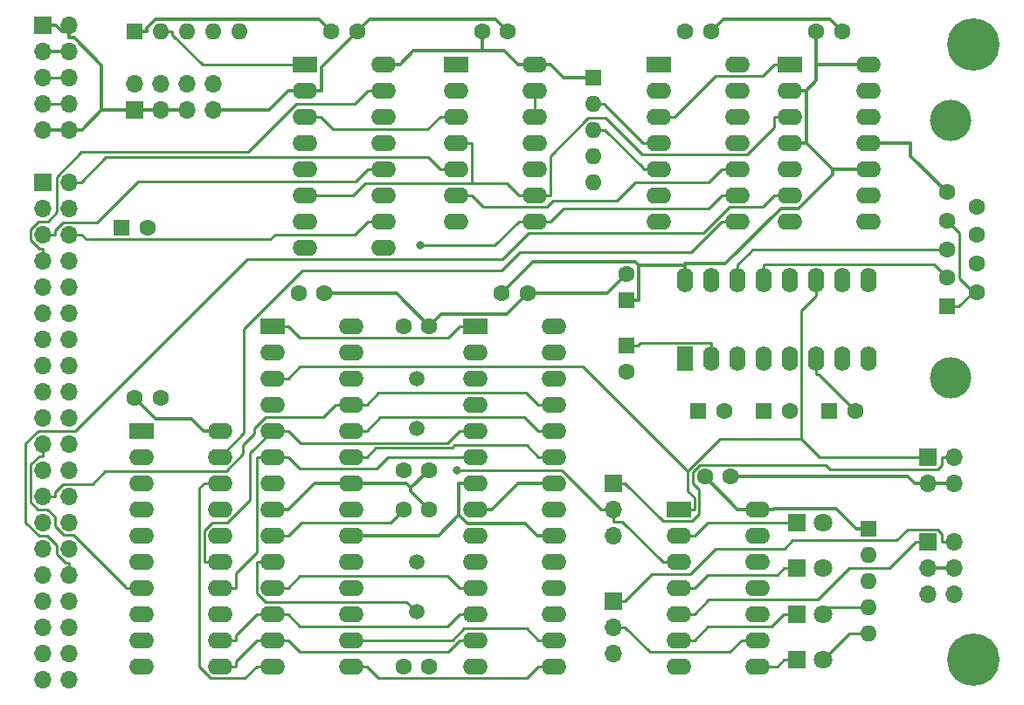
<source format=gbr>
G04 #@! TF.GenerationSoftware,KiCad,Pcbnew,(5.1.4)-1*
G04 #@! TF.CreationDate,2021-09-17T15:23:51+03:00*
G04 #@! TF.ProjectId,TTY,5454592e-6b69-4636-9164-5f7063625858,rev?*
G04 #@! TF.SameCoordinates,Original*
G04 #@! TF.FileFunction,Copper,L1,Top*
G04 #@! TF.FilePolarity,Positive*
%FSLAX46Y46*%
G04 Gerber Fmt 4.6, Leading zero omitted, Abs format (unit mm)*
G04 Created by KiCad (PCBNEW (5.1.4)-1) date 2021-09-17 15:23:51*
%MOMM*%
%LPD*%
G04 APERTURE LIST*
%ADD10C,1.600000*%
%ADD11R,1.600000X1.600000*%
%ADD12R,1.800000X1.800000*%
%ADD13C,1.800000*%
%ADD14R,1.700000X1.700000*%
%ADD15O,1.700000X1.700000*%
%ADD16C,4.000000*%
%ADD17O,1.600000X1.600000*%
%ADD18R,2.400000X1.600000*%
%ADD19O,2.400000X1.600000*%
%ADD20R,1.600000X2.400000*%
%ADD21O,1.600000X2.400000*%
%ADD22C,1.500000*%
%ADD23C,5.080000*%
%ADD24C,0.800000*%
%ADD25C,0.375000*%
%ADD26C,0.250000*%
G04 APERTURE END LIST*
D10*
X126325000Y-128905000D03*
X123825000Y-128905000D03*
X126325000Y-144145000D03*
X123825000Y-144145000D03*
X99020000Y-101600000D03*
D11*
X96520000Y-101600000D03*
D10*
X166330000Y-82550000D03*
X163830000Y-82550000D03*
X97790000Y-118110000D03*
X100290000Y-118110000D03*
X153035000Y-125730000D03*
X155535000Y-125730000D03*
X123825000Y-111125000D03*
X126325000Y-111125000D03*
X126325000Y-125095000D03*
X123825000Y-125095000D03*
X151130000Y-82550000D03*
X153630000Y-82550000D03*
X131445000Y-82550000D03*
X133945000Y-82550000D03*
X135850000Y-107950000D03*
X133350000Y-107950000D03*
X116840000Y-82550000D03*
X119340000Y-82550000D03*
X116165000Y-107950000D03*
X113665000Y-107950000D03*
D11*
X152400000Y-119380000D03*
D10*
X154900000Y-119380000D03*
X145415000Y-106085000D03*
D11*
X145415000Y-108585000D03*
D10*
X161250000Y-119380000D03*
D11*
X158750000Y-119380000D03*
X145415000Y-113030000D03*
D10*
X145415000Y-115530000D03*
D11*
X165100000Y-119380000D03*
D10*
X167600000Y-119380000D03*
D12*
X161925000Y-130175000D03*
D13*
X164465000Y-130175000D03*
X164465000Y-134620000D03*
D12*
X161925000Y-134620000D03*
D13*
X164465000Y-139065000D03*
D12*
X161925000Y-139065000D03*
X161925000Y-143510000D03*
D13*
X164465000Y-143510000D03*
D14*
X88900000Y-81915000D03*
D15*
X91440000Y-81915000D03*
X88900000Y-84455000D03*
X91440000Y-84455000D03*
X88900000Y-86995000D03*
X91440000Y-86995000D03*
X88900000Y-89535000D03*
X91440000Y-89535000D03*
X88900000Y-92075000D03*
X91440000Y-92075000D03*
D14*
X88900000Y-97155000D03*
D15*
X91440000Y-97155000D03*
X88900000Y-99695000D03*
X91440000Y-99695000D03*
X88900000Y-102235000D03*
X91440000Y-102235000D03*
X88900000Y-104775000D03*
X91440000Y-104775000D03*
X88900000Y-107315000D03*
X91440000Y-107315000D03*
X88900000Y-109855000D03*
X91440000Y-109855000D03*
X88900000Y-112395000D03*
X91440000Y-112395000D03*
X88900000Y-114935000D03*
X91440000Y-114935000D03*
X88900000Y-117475000D03*
X91440000Y-117475000D03*
X88900000Y-120015000D03*
X91440000Y-120015000D03*
X88900000Y-122555000D03*
X91440000Y-122555000D03*
X88900000Y-125095000D03*
X91440000Y-125095000D03*
X88900000Y-127635000D03*
X91440000Y-127635000D03*
X88900000Y-130175000D03*
X91440000Y-130175000D03*
X88900000Y-132715000D03*
X91440000Y-132715000D03*
X88900000Y-135255000D03*
X91440000Y-135255000D03*
X88900000Y-137795000D03*
X91440000Y-137795000D03*
X88900000Y-140335000D03*
X91440000Y-140335000D03*
X88900000Y-142875000D03*
X91440000Y-142875000D03*
X88900000Y-145415000D03*
X91440000Y-145415000D03*
D14*
X144145000Y-126365000D03*
D15*
X144145000Y-128905000D03*
X144145000Y-131445000D03*
D14*
X97790000Y-90170000D03*
D15*
X97790000Y-87630000D03*
X100330000Y-90170000D03*
X100330000Y-87630000D03*
X102870000Y-90170000D03*
X102870000Y-87630000D03*
X105410000Y-90170000D03*
X105410000Y-87630000D03*
X144145000Y-142875000D03*
X144145000Y-140335000D03*
D14*
X144145000Y-137795000D03*
X174625000Y-132080000D03*
D15*
X177165000Y-132080000D03*
X174625000Y-134620000D03*
X177165000Y-134620000D03*
X174625000Y-137160000D03*
X177165000Y-137160000D03*
D14*
X174625000Y-123825000D03*
D15*
X177165000Y-123825000D03*
X174625000Y-126365000D03*
X177165000Y-126365000D03*
D11*
X176530000Y-109220000D03*
D10*
X176530000Y-106450000D03*
X176530000Y-103680000D03*
X176530000Y-100910000D03*
X176530000Y-98140000D03*
X179370000Y-107835000D03*
X179370000Y-105065000D03*
X179370000Y-102295000D03*
X179370000Y-99525000D03*
D16*
X176830000Y-116180000D03*
X176830000Y-91180000D03*
D11*
X97790000Y-82550000D03*
D17*
X100330000Y-82550000D03*
X102870000Y-82550000D03*
X105410000Y-82550000D03*
X107950000Y-82550000D03*
X142240000Y-97155000D03*
X142240000Y-94615000D03*
X142240000Y-92075000D03*
X142240000Y-89535000D03*
D11*
X142240000Y-86995000D03*
X168910000Y-130810000D03*
D17*
X168910000Y-133350000D03*
X168910000Y-135890000D03*
X168910000Y-138430000D03*
X168910000Y-140970000D03*
D18*
X150495000Y-128905000D03*
D19*
X158115000Y-144145000D03*
X150495000Y-131445000D03*
X158115000Y-141605000D03*
X150495000Y-133985000D03*
X158115000Y-139065000D03*
X150495000Y-136525000D03*
X158115000Y-136525000D03*
X150495000Y-139065000D03*
X158115000Y-133985000D03*
X150495000Y-141605000D03*
X158115000Y-131445000D03*
X150495000Y-144145000D03*
X158115000Y-128905000D03*
D18*
X161290000Y-85725000D03*
D19*
X168910000Y-100965000D03*
X161290000Y-88265000D03*
X168910000Y-98425000D03*
X161290000Y-90805000D03*
X168910000Y-95885000D03*
X161290000Y-93345000D03*
X168910000Y-93345000D03*
X161290000Y-95885000D03*
X168910000Y-90805000D03*
X161290000Y-98425000D03*
X168910000Y-88265000D03*
X161290000Y-100965000D03*
X168910000Y-85725000D03*
D18*
X111125000Y-111125000D03*
D19*
X118745000Y-144145000D03*
X111125000Y-113665000D03*
X118745000Y-141605000D03*
X111125000Y-116205000D03*
X118745000Y-139065000D03*
X111125000Y-118745000D03*
X118745000Y-136525000D03*
X111125000Y-121285000D03*
X118745000Y-133985000D03*
X111125000Y-123825000D03*
X118745000Y-131445000D03*
X111125000Y-126365000D03*
X118745000Y-128905000D03*
X111125000Y-128905000D03*
X118745000Y-126365000D03*
X111125000Y-131445000D03*
X118745000Y-123825000D03*
X111125000Y-133985000D03*
X118745000Y-121285000D03*
X111125000Y-136525000D03*
X118745000Y-118745000D03*
X111125000Y-139065000D03*
X118745000Y-116205000D03*
X111125000Y-141605000D03*
X118745000Y-113665000D03*
X111125000Y-144145000D03*
X118745000Y-111125000D03*
X138430000Y-111125000D03*
X130810000Y-144145000D03*
X138430000Y-113665000D03*
X130810000Y-141605000D03*
X138430000Y-116205000D03*
X130810000Y-139065000D03*
X138430000Y-118745000D03*
X130810000Y-136525000D03*
X138430000Y-121285000D03*
X130810000Y-133985000D03*
X138430000Y-123825000D03*
X130810000Y-131445000D03*
X138430000Y-126365000D03*
X130810000Y-128905000D03*
X138430000Y-128905000D03*
X130810000Y-126365000D03*
X138430000Y-131445000D03*
X130810000Y-123825000D03*
X138430000Y-133985000D03*
X130810000Y-121285000D03*
X138430000Y-136525000D03*
X130810000Y-118745000D03*
X138430000Y-139065000D03*
X130810000Y-116205000D03*
X138430000Y-141605000D03*
X130810000Y-113665000D03*
X138430000Y-144145000D03*
D18*
X130810000Y-111125000D03*
D19*
X156210000Y-85725000D03*
X148590000Y-100965000D03*
X156210000Y-88265000D03*
X148590000Y-98425000D03*
X156210000Y-90805000D03*
X148590000Y-95885000D03*
X156210000Y-93345000D03*
X148590000Y-93345000D03*
X156210000Y-95885000D03*
X148590000Y-90805000D03*
X156210000Y-98425000D03*
X148590000Y-88265000D03*
X156210000Y-100965000D03*
D18*
X148590000Y-85725000D03*
D19*
X121920000Y-85725000D03*
X114300000Y-103505000D03*
X121920000Y-88265000D03*
X114300000Y-100965000D03*
X121920000Y-90805000D03*
X114300000Y-98425000D03*
X121920000Y-93345000D03*
X114300000Y-95885000D03*
X121920000Y-95885000D03*
X114300000Y-93345000D03*
X121920000Y-98425000D03*
X114300000Y-90805000D03*
X121920000Y-100965000D03*
X114300000Y-88265000D03*
X121920000Y-103505000D03*
D18*
X114300000Y-85725000D03*
D19*
X136525000Y-85725000D03*
X128905000Y-100965000D03*
X136525000Y-88265000D03*
X128905000Y-98425000D03*
X136525000Y-90805000D03*
X128905000Y-95885000D03*
X136525000Y-93345000D03*
X128905000Y-93345000D03*
X136525000Y-95885000D03*
X128905000Y-90805000D03*
X136525000Y-98425000D03*
X128905000Y-88265000D03*
X136525000Y-100965000D03*
D18*
X128905000Y-85725000D03*
X98425000Y-121285000D03*
D19*
X106045000Y-144145000D03*
X98425000Y-123825000D03*
X106045000Y-141605000D03*
X98425000Y-126365000D03*
X106045000Y-139065000D03*
X98425000Y-128905000D03*
X106045000Y-136525000D03*
X98425000Y-131445000D03*
X106045000Y-133985000D03*
X98425000Y-133985000D03*
X106045000Y-131445000D03*
X98425000Y-136525000D03*
X106045000Y-128905000D03*
X98425000Y-139065000D03*
X106045000Y-126365000D03*
X98425000Y-141605000D03*
X106045000Y-123825000D03*
X98425000Y-144145000D03*
X106045000Y-121285000D03*
D20*
X151130000Y-114300000D03*
D21*
X168910000Y-106680000D03*
X153670000Y-114300000D03*
X166370000Y-106680000D03*
X156210000Y-114300000D03*
X163830000Y-106680000D03*
X158750000Y-114300000D03*
X161290000Y-106680000D03*
X161290000Y-114300000D03*
X158750000Y-106680000D03*
X163830000Y-114300000D03*
X156210000Y-106680000D03*
X166370000Y-114300000D03*
X153670000Y-106680000D03*
X168910000Y-114300000D03*
X151130000Y-106680000D03*
D22*
X125095000Y-138865000D03*
X125095000Y-133985000D03*
X125095000Y-116205000D03*
X125095000Y-121085000D03*
D23*
X179070000Y-83820000D03*
X179070000Y-143510000D03*
D24*
X129039800Y-125095000D03*
X125460800Y-103291100D03*
D25*
X88900000Y-81915000D02*
X90137800Y-81915000D01*
X91440000Y-82533900D02*
X90756700Y-82533900D01*
X90756700Y-82533900D02*
X90137800Y-81915000D01*
X91440000Y-82533900D02*
X91440000Y-83152800D01*
X91440000Y-81915000D02*
X91440000Y-82533900D01*
X94582800Y-90170000D02*
X92677800Y-92075000D01*
X97790000Y-90170000D02*
X94582800Y-90170000D01*
X94582800Y-90170000D02*
X94582800Y-85831400D01*
X94582800Y-85831400D02*
X91904200Y-83152800D01*
X91904200Y-83152800D02*
X91440000Y-83152800D01*
X145415000Y-106085000D02*
X143550000Y-107950000D01*
X143550000Y-107950000D02*
X135850000Y-107950000D01*
X91440000Y-92075000D02*
X92677800Y-92075000D01*
X100330000Y-90170000D02*
X97790000Y-90170000D01*
X168910000Y-93345000D02*
X173005000Y-93345000D01*
X173005000Y-94615000D02*
X176530000Y-98140000D01*
X130810000Y-128905000D02*
X132397800Y-128905000D01*
X138430000Y-126365000D02*
X134937800Y-126365000D01*
X134937800Y-126365000D02*
X132397800Y-128905000D01*
X119340000Y-82550000D02*
X120556300Y-81333700D01*
X120556300Y-81333700D02*
X132728700Y-81333700D01*
X132728700Y-81333700D02*
X133945000Y-82550000D01*
X115887800Y-88265000D02*
X115887800Y-86002200D01*
X115887800Y-86002200D02*
X119340000Y-82550000D01*
X116165000Y-107950000D02*
X123150000Y-107950000D01*
X123150000Y-107950000D02*
X126325000Y-111125000D01*
X112712200Y-88265000D02*
X110807200Y-90170000D01*
X110807200Y-90170000D02*
X106647800Y-90170000D01*
X114300000Y-88265000D02*
X112712200Y-88265000D01*
X115093900Y-88265000D02*
X114300000Y-88265000D01*
X115093900Y-88265000D02*
X115887800Y-88265000D01*
X102870000Y-90170000D02*
X100330000Y-90170000D01*
X91440000Y-92075000D02*
X88900000Y-92075000D01*
X105410000Y-90170000D02*
X106647800Y-90170000D01*
X174625000Y-126365000D02*
X173387200Y-126365000D01*
X155535000Y-125730000D02*
X172752200Y-125730000D01*
X172752200Y-125730000D02*
X173387200Y-126365000D01*
X166330000Y-82550000D02*
X165142100Y-81362100D01*
X165142100Y-81362100D02*
X154817900Y-81362100D01*
X154817900Y-81362100D02*
X153630000Y-82550000D01*
X124574200Y-126845800D02*
X126325000Y-125095000D01*
X118745000Y-126365000D02*
X124093400Y-126365000D01*
X124093400Y-126365000D02*
X124574200Y-126845800D01*
X126325000Y-128905000D02*
X124574200Y-127154200D01*
X124574200Y-127154200D02*
X124574200Y-126845800D01*
X135850000Y-107950000D02*
X133862800Y-109937200D01*
X133862800Y-109937200D02*
X127512800Y-109937200D01*
X127512800Y-109937200D02*
X126325000Y-111125000D01*
X177165000Y-126365000D02*
X174625000Y-126365000D01*
X177165000Y-134620000D02*
X174625000Y-134620000D01*
X118745000Y-126365000D02*
X115252800Y-126365000D01*
X115252800Y-126365000D02*
X112712800Y-128905000D01*
X111125000Y-128905000D02*
X112712800Y-128905000D01*
X173005000Y-94615000D02*
X173005000Y-93345000D01*
D26*
X111125000Y-131445000D02*
X112650300Y-131445000D01*
X112650300Y-131445000D02*
X113920300Y-130175000D01*
X113920300Y-130175000D02*
X122555000Y-130175000D01*
X122555000Y-130175000D02*
X123825000Y-128905000D01*
X111125000Y-133985000D02*
X109599700Y-133985000D01*
X125095000Y-138865000D02*
X124098900Y-137868900D01*
X124098900Y-137868900D02*
X110451800Y-137868900D01*
X110451800Y-137868900D02*
X109599700Y-137016800D01*
X109599700Y-137016800D02*
X109599700Y-133985000D01*
D25*
X106045000Y-121285000D02*
X104457200Y-121285000D01*
X104457200Y-121285000D02*
X103269300Y-120097100D01*
X103269300Y-120097100D02*
X99777100Y-120097100D01*
X99777100Y-120097100D02*
X97790000Y-118110000D01*
X129222200Y-129439400D02*
X129222200Y-126365000D01*
X136842200Y-131445000D02*
X135647900Y-130250700D01*
X135647900Y-130250700D02*
X130033500Y-130250700D01*
X130033500Y-130250700D02*
X129222200Y-129439400D01*
X118745000Y-131445000D02*
X127216600Y-131445000D01*
X127216600Y-131445000D02*
X129222200Y-129439400D01*
X130810000Y-126365000D02*
X129222200Y-126365000D01*
X138430000Y-131445000D02*
X136842200Y-131445000D01*
X163830000Y-85725000D02*
X163830000Y-82550000D01*
X162877700Y-88265000D02*
X163830000Y-87312700D01*
X163830000Y-87312700D02*
X163830000Y-85725000D01*
X168910000Y-85725000D02*
X163830000Y-85725000D01*
X162877700Y-88265000D02*
X162877800Y-88265100D01*
X162877800Y-88265100D02*
X162877800Y-93345000D01*
X162734000Y-88265000D02*
X162877700Y-88265000D01*
X97790000Y-82550000D02*
X98977800Y-82550000D01*
X116840000Y-82550000D02*
X115652200Y-81362200D01*
X115652200Y-81362200D02*
X99794300Y-81362200D01*
X99794300Y-81362200D02*
X98977800Y-82178700D01*
X98977800Y-82178700D02*
X98977800Y-82550000D01*
X91440000Y-84455000D02*
X88900000Y-84455000D01*
X161290000Y-93345000D02*
X162877800Y-93345000D01*
X165417800Y-95885000D02*
X162877800Y-93345000D01*
X168910000Y-95885000D02*
X165417800Y-95885000D01*
X165417800Y-95885000D02*
X165417800Y-96433000D01*
X165417800Y-96433000D02*
X162155800Y-99695000D01*
X162155800Y-99695000D02*
X160436100Y-99695000D01*
X160436100Y-99695000D02*
X155038900Y-105092200D01*
X155038900Y-105092200D02*
X151130000Y-105092200D01*
X136525000Y-85725000D02*
X134937200Y-85725000D01*
X131445000Y-84396200D02*
X124836600Y-84396200D01*
X124836600Y-84396200D02*
X123507800Y-85725000D01*
X134937200Y-85725000D02*
X133608400Y-84396200D01*
X133608400Y-84396200D02*
X131445000Y-84396200D01*
X131445000Y-82550000D02*
X131445000Y-84396200D01*
X121920000Y-85725000D02*
X123507800Y-85725000D01*
X161290000Y-88265000D02*
X162734000Y-88265000D01*
X146602800Y-105181400D02*
X146602800Y-108585000D01*
X133350000Y-107950000D02*
X136414000Y-104886000D01*
X136414000Y-104886000D02*
X146307400Y-104886000D01*
X146307400Y-104886000D02*
X146602800Y-105181400D01*
X151130000Y-105181400D02*
X146602800Y-105181400D01*
X145415000Y-108585000D02*
X146602800Y-108585000D01*
X136525000Y-85725000D02*
X138112800Y-85725000D01*
X142240000Y-86995000D02*
X139382800Y-86995000D01*
X139382800Y-86995000D02*
X138112800Y-85725000D01*
X151130000Y-105181400D02*
X151130000Y-105092200D01*
X151130000Y-106680000D02*
X151130000Y-105181400D01*
X158115000Y-128905000D02*
X159702800Y-128905000D01*
X168910000Y-130810000D02*
X167722200Y-130810000D01*
X167722200Y-130810000D02*
X165799300Y-128887100D01*
X165799300Y-128887100D02*
X159720700Y-128887100D01*
X159720700Y-128887100D02*
X159702800Y-128905000D01*
X158115000Y-128905000D02*
X156210000Y-128905000D01*
X156210000Y-128905000D02*
X153035000Y-125730000D01*
D26*
X145415000Y-113030000D02*
X146540300Y-113030000D01*
X153670000Y-114300000D02*
X153670000Y-112774700D01*
X153670000Y-112774700D02*
X146795600Y-112774700D01*
X146795600Y-112774700D02*
X146540300Y-113030000D01*
X163830000Y-114300000D02*
X163830000Y-115825300D01*
X163830000Y-115825300D02*
X164045300Y-115825300D01*
X164045300Y-115825300D02*
X167600000Y-119380000D01*
X150495000Y-131445000D02*
X152020300Y-131445000D01*
X152020300Y-131445000D02*
X153290300Y-130175000D01*
X153290300Y-130175000D02*
X161925000Y-130175000D01*
X161925000Y-134620000D02*
X160699700Y-134620000D01*
X150495000Y-136525000D02*
X152020300Y-136525000D01*
X152020300Y-136525000D02*
X153290300Y-135255000D01*
X153290300Y-135255000D02*
X160064700Y-135255000D01*
X160064700Y-135255000D02*
X160699700Y-134620000D01*
X168910000Y-138430000D02*
X165100000Y-138430000D01*
X165100000Y-138430000D02*
X164465000Y-139065000D01*
X161925000Y-139065000D02*
X160699700Y-139065000D01*
X150495000Y-141605000D02*
X152020300Y-141605000D01*
X152020300Y-141605000D02*
X153335000Y-140290300D01*
X153335000Y-140290300D02*
X159474400Y-140290300D01*
X159474400Y-140290300D02*
X160699700Y-139065000D01*
X161925000Y-143510000D02*
X160699700Y-143510000D01*
X158115000Y-144145000D02*
X160064700Y-144145000D01*
X160064700Y-144145000D02*
X160699700Y-143510000D01*
X168910000Y-140970000D02*
X167005000Y-140970000D01*
X167005000Y-140970000D02*
X164465000Y-143510000D01*
X91440000Y-86995000D02*
X88900000Y-86995000D01*
X91440000Y-89535000D02*
X88900000Y-89535000D01*
X136904700Y-123825000D02*
X135779300Y-122699600D01*
X135779300Y-122699600D02*
X128813900Y-122699600D01*
X128813900Y-122699600D02*
X128583100Y-122930400D01*
X128583100Y-122930400D02*
X121164900Y-122930400D01*
X121164900Y-122930400D02*
X120270300Y-123825000D01*
X118745000Y-123825000D02*
X120270300Y-123825000D01*
X138430000Y-123825000D02*
X136904700Y-123825000D01*
X91440000Y-97155000D02*
X92615300Y-97155000D01*
X128905000Y-95885000D02*
X127379700Y-95885000D01*
X127379700Y-95885000D02*
X126250500Y-94755800D01*
X126250500Y-94755800D02*
X95014500Y-94755800D01*
X95014500Y-94755800D02*
X92615300Y-97155000D01*
X136525000Y-90805000D02*
X136525000Y-88265000D01*
X90075300Y-102235000D02*
X90075300Y-101867600D01*
X90075300Y-101867600D02*
X90883200Y-101059700D01*
X90883200Y-101059700D02*
X94149300Y-101059700D01*
X94149300Y-101059700D02*
X98133500Y-97075500D01*
X98133500Y-97075500D02*
X119204200Y-97075500D01*
X119204200Y-97075500D02*
X120394700Y-95885000D01*
X88900000Y-102235000D02*
X90075300Y-102235000D01*
X121920000Y-95885000D02*
X120394700Y-95885000D01*
X91440000Y-102235000D02*
X92615300Y-102235000D01*
X121920000Y-100965000D02*
X120394700Y-100965000D01*
X120394700Y-100965000D02*
X119124700Y-102235000D01*
X119124700Y-102235000D02*
X111407700Y-102235000D01*
X111407700Y-102235000D02*
X110917300Y-102725400D01*
X110917300Y-102725400D02*
X93105700Y-102725400D01*
X93105700Y-102725400D02*
X92615300Y-102235000D01*
X88900000Y-104775000D02*
X88900000Y-103599700D01*
X121920000Y-88265000D02*
X120394700Y-88265000D01*
X120394700Y-88265000D02*
X119124700Y-89535000D01*
X119124700Y-89535000D02*
X113466500Y-89535000D01*
X113466500Y-89535000D02*
X108756400Y-94245100D01*
X108756400Y-94245100D02*
X92652400Y-94245100D01*
X92652400Y-94245100D02*
X90239800Y-96657700D01*
X90239800Y-96657700D02*
X90239800Y-100090400D01*
X90239800Y-100090400D02*
X89365200Y-100965000D01*
X89365200Y-100965000D02*
X88479300Y-100965000D01*
X88479300Y-100965000D02*
X87724700Y-101719600D01*
X87724700Y-101719600D02*
X87724700Y-102791800D01*
X87724700Y-102791800D02*
X88532600Y-103599700D01*
X88532600Y-103599700D02*
X88900000Y-103599700D01*
X88900000Y-122555000D02*
X88900000Y-123730300D01*
X98425000Y-136525000D02*
X96899700Y-136525000D01*
X96899700Y-136525000D02*
X96899700Y-136429700D01*
X96899700Y-136429700D02*
X91820400Y-131350400D01*
X91820400Y-131350400D02*
X90914400Y-131350400D01*
X90914400Y-131350400D02*
X90075400Y-130511400D01*
X90075400Y-130511400D02*
X90075400Y-129649400D01*
X90075400Y-129649400D02*
X89331000Y-128905000D01*
X89331000Y-128905000D02*
X88427300Y-128905000D01*
X88427300Y-128905000D02*
X87724700Y-128202400D01*
X87724700Y-128202400D02*
X87724700Y-124538200D01*
X87724700Y-124538200D02*
X88532600Y-123730300D01*
X88532600Y-123730300D02*
X88900000Y-123730300D01*
X90075300Y-127635000D02*
X90075300Y-127267600D01*
X90075300Y-127267600D02*
X90883200Y-126459700D01*
X90883200Y-126459700D02*
X93701000Y-126459700D01*
X93701000Y-126459700D02*
X94940700Y-125220000D01*
X94940700Y-125220000D02*
X106644100Y-125220000D01*
X106644100Y-125220000D02*
X108312800Y-123551300D01*
X108312800Y-123551300D02*
X108312800Y-122656600D01*
X108312800Y-122656600D02*
X109376800Y-121592600D01*
X109376800Y-121592600D02*
X109376800Y-121035300D01*
X109376800Y-121035300D02*
X110496700Y-119915400D01*
X110496700Y-119915400D02*
X116049300Y-119915400D01*
X116049300Y-119915400D02*
X117219700Y-118745000D01*
X118745000Y-118745000D02*
X120270300Y-118745000D01*
X138430000Y-118745000D02*
X136904700Y-118745000D01*
X136904700Y-118745000D02*
X135755400Y-117595700D01*
X135755400Y-117595700D02*
X121419600Y-117595700D01*
X121419600Y-117595700D02*
X120270300Y-118745000D01*
X88900000Y-127635000D02*
X90075300Y-127635000D01*
X118745000Y-118745000D02*
X117219700Y-118745000D01*
X138430000Y-121285000D02*
X136904700Y-121285000D01*
X118745000Y-121285000D02*
X120270300Y-121285000D01*
X120270300Y-121285000D02*
X121596400Y-119958900D01*
X121596400Y-119958900D02*
X135578600Y-119958900D01*
X135578600Y-119958900D02*
X136904700Y-121285000D01*
X91440000Y-135255000D02*
X91440000Y-134079700D01*
X161290000Y-98425000D02*
X159764700Y-98425000D01*
X159764700Y-98425000D02*
X158639300Y-99550400D01*
X158639300Y-99550400D02*
X155462400Y-99550400D01*
X155462400Y-99550400D02*
X152922400Y-102090400D01*
X152922400Y-102090400D02*
X135936100Y-102090400D01*
X135936100Y-102090400D02*
X133396100Y-104630400D01*
X133396100Y-104630400D02*
X108724800Y-104630400D01*
X108724800Y-104630400D02*
X92070200Y-121285000D01*
X92070200Y-121285000D02*
X88484000Y-121285000D01*
X88484000Y-121285000D02*
X87236400Y-122532600D01*
X87236400Y-122532600D02*
X87236400Y-130173800D01*
X87236400Y-130173800D02*
X88525500Y-131462900D01*
X88525500Y-131462900D02*
X89339800Y-131462900D01*
X89339800Y-131462900D02*
X90264700Y-132387800D01*
X90264700Y-132387800D02*
X90264700Y-133271800D01*
X90264700Y-133271800D02*
X91072600Y-134079700D01*
X91072600Y-134079700D02*
X91440000Y-134079700D01*
X111125000Y-111125000D02*
X112650300Y-111125000D01*
X129284700Y-111125000D02*
X128159400Y-112250300D01*
X128159400Y-112250300D02*
X113775600Y-112250300D01*
X113775600Y-112250300D02*
X112650300Y-111125000D01*
X130810000Y-111125000D02*
X129284700Y-111125000D01*
X144145000Y-126365000D02*
X145320300Y-126365000D01*
X177165000Y-123825000D02*
X175989700Y-123825000D01*
X175989700Y-123825000D02*
X175989700Y-124633000D01*
X175989700Y-124633000D02*
X175622300Y-125000400D01*
X175622300Y-125000400D02*
X165194100Y-125000400D01*
X165194100Y-125000400D02*
X164771300Y-124577600D01*
X164771300Y-124577600D02*
X152589700Y-124577600D01*
X152589700Y-124577600D02*
X151881600Y-125285700D01*
X151881600Y-125285700D02*
X151881600Y-126406000D01*
X151881600Y-126406000D02*
X152470700Y-126995100D01*
X152470700Y-126995100D02*
X152470700Y-129389400D01*
X152470700Y-129389400D02*
X151829700Y-130030400D01*
X151829700Y-130030400D02*
X148985700Y-130030400D01*
X148985700Y-130030400D02*
X145320300Y-126365000D01*
X129039800Y-125095000D02*
X139159700Y-125095000D01*
X139159700Y-125095000D02*
X142969700Y-128905000D01*
X144145000Y-128905000D02*
X142969700Y-128905000D01*
X144145000Y-128905000D02*
X144145000Y-130080300D01*
X150495000Y-133985000D02*
X148969700Y-133985000D01*
X148969700Y-133985000D02*
X145065000Y-130080300D01*
X145065000Y-130080300D02*
X144145000Y-130080300D01*
X100330000Y-82550000D02*
X101455300Y-82550000D01*
X114300000Y-85725000D02*
X104349000Y-85725000D01*
X104349000Y-85725000D02*
X101455300Y-82831300D01*
X101455300Y-82831300D02*
X101455300Y-82550000D01*
X158115000Y-141605000D02*
X156589700Y-141605000D01*
X144145000Y-140335000D02*
X145320300Y-140335000D01*
X145320300Y-140335000D02*
X147739600Y-142754300D01*
X147739600Y-142754300D02*
X155440400Y-142754300D01*
X155440400Y-142754300D02*
X156589700Y-141605000D01*
X144145000Y-137795000D02*
X145320300Y-137795000D01*
X177165000Y-132080000D02*
X175989700Y-132080000D01*
X175989700Y-132080000D02*
X175989700Y-131272000D01*
X175989700Y-131272000D02*
X175622300Y-130904600D01*
X175622300Y-130904600D02*
X172686500Y-130904600D01*
X172686500Y-130904600D02*
X171655700Y-131935400D01*
X171655700Y-131935400D02*
X161519000Y-131935400D01*
X161519000Y-131935400D02*
X160739400Y-132715000D01*
X160739400Y-132715000D02*
X154110000Y-132715000D01*
X154110000Y-132715000D02*
X151643900Y-135181100D01*
X151643900Y-135181100D02*
X147934200Y-135181100D01*
X147934200Y-135181100D02*
X145320300Y-137795000D01*
X174625000Y-132080000D02*
X173449700Y-132080000D01*
X173449700Y-132080000D02*
X170909700Y-134620000D01*
X170909700Y-134620000D02*
X167004800Y-134620000D01*
X167004800Y-134620000D02*
X163974400Y-137650400D01*
X163974400Y-137650400D02*
X153434900Y-137650400D01*
X153434900Y-137650400D02*
X152020300Y-139065000D01*
X150495000Y-139065000D02*
X152020300Y-139065000D01*
X151352900Y-125176400D02*
X151352900Y-127112300D01*
X151352900Y-127112300D02*
X152020300Y-127779700D01*
X152020300Y-127779700D02*
X152020300Y-128905000D01*
X162415400Y-122052500D02*
X154476800Y-122052500D01*
X154476800Y-122052500D02*
X151352900Y-125176400D01*
X112650300Y-116205000D02*
X113829500Y-115025800D01*
X113829500Y-115025800D02*
X141202300Y-115025800D01*
X141202300Y-115025800D02*
X151352900Y-125176400D01*
X111125000Y-116205000D02*
X112650300Y-116205000D01*
X150495000Y-128905000D02*
X152020300Y-128905000D01*
X162415400Y-122052500D02*
X162415400Y-109619900D01*
X162415400Y-109619900D02*
X163830000Y-108205300D01*
X174625000Y-123825000D02*
X164187900Y-123825000D01*
X164187900Y-123825000D02*
X162415400Y-122052500D01*
X163830000Y-106680000D02*
X163830000Y-108205300D01*
X179040300Y-107835000D02*
X177655300Y-109220000D01*
X179370000Y-107835000D02*
X179040300Y-107835000D01*
X179040300Y-107835000D02*
X177700500Y-106495200D01*
X177700500Y-106495200D02*
X177700500Y-102080500D01*
X177700500Y-102080500D02*
X176530000Y-100910000D01*
X176530000Y-109220000D02*
X177655300Y-109220000D01*
X158750000Y-106680000D02*
X158750000Y-105154700D01*
X176504700Y-106424700D02*
X176530000Y-106450000D01*
X175234700Y-105154700D02*
X158750000Y-105154700D01*
X176530000Y-106450000D02*
X175234700Y-105154700D01*
X156210000Y-106680000D02*
X156210000Y-105154700D01*
X157684700Y-103680000D02*
X157352350Y-104012350D01*
X176530000Y-103680000D02*
X157684700Y-103680000D01*
X156210000Y-105154700D02*
X157352350Y-104012350D01*
X148590000Y-95885000D02*
X147064700Y-95885000D01*
X142240000Y-92075000D02*
X143365300Y-92075000D01*
X143365300Y-92075000D02*
X147064700Y-95774400D01*
X147064700Y-95774400D02*
X147064700Y-95885000D01*
X142240000Y-89535000D02*
X143365300Y-89535000D01*
X148590000Y-93345000D02*
X147064700Y-93345000D01*
X147064700Y-93345000D02*
X143365300Y-89645600D01*
X143365300Y-89645600D02*
X143365300Y-89535000D01*
X161290000Y-85725000D02*
X159764700Y-85725000D01*
X148590000Y-90805000D02*
X150115300Y-90805000D01*
X150115300Y-90805000D02*
X154070000Y-86850300D01*
X154070000Y-86850300D02*
X158639400Y-86850300D01*
X158639400Y-86850300D02*
X159764700Y-85725000D01*
X130430300Y-97275700D02*
X133850400Y-97275700D01*
X133850400Y-97275700D02*
X134999700Y-98425000D01*
X114300000Y-98425000D02*
X118984700Y-98425000D01*
X118984700Y-98425000D02*
X120134000Y-97275700D01*
X120134000Y-97275700D02*
X130430300Y-97275700D01*
X130430300Y-97275700D02*
X130430300Y-93345000D01*
X128905000Y-93345000D02*
X130430300Y-93345000D01*
X136525000Y-98425000D02*
X134999700Y-98425000D01*
X161290000Y-90805000D02*
X159764700Y-90805000D01*
X136525000Y-98425000D02*
X138050300Y-98425000D01*
X138050300Y-98425000D02*
X138050300Y-94642600D01*
X138050300Y-94642600D02*
X141757000Y-90935900D01*
X141757000Y-90935900D02*
X143422400Y-90935900D01*
X143422400Y-90935900D02*
X146993000Y-94506500D01*
X146993000Y-94506500D02*
X157111800Y-94506500D01*
X157111800Y-94506500D02*
X159764700Y-91853600D01*
X159764700Y-91853600D02*
X159764700Y-90805000D01*
X138430000Y-144145000D02*
X136904700Y-144145000D01*
X118745000Y-144145000D02*
X120270300Y-144145000D01*
X120270300Y-144145000D02*
X121398900Y-145273600D01*
X121398900Y-145273600D02*
X135776100Y-145273600D01*
X135776100Y-145273600D02*
X136904700Y-144145000D01*
X138430000Y-141605000D02*
X136904700Y-141605000D01*
X136904700Y-141605000D02*
X135779300Y-140479600D01*
X135779300Y-140479600D02*
X129694300Y-140479600D01*
X129694300Y-140479600D02*
X128568900Y-141605000D01*
X128568900Y-141605000D02*
X118745000Y-141605000D01*
X134999700Y-100965000D02*
X132673600Y-103291100D01*
X132673600Y-103291100D02*
X125460800Y-103291100D01*
X136525000Y-100965000D02*
X134999700Y-100965000D01*
X137287700Y-100965000D02*
X136525000Y-100965000D01*
X137287700Y-100965000D02*
X138050300Y-100965000D01*
X156210000Y-98425000D02*
X154684700Y-98425000D01*
X138050300Y-100965000D02*
X139320300Y-99695000D01*
X139320300Y-99695000D02*
X153414700Y-99695000D01*
X153414700Y-99695000D02*
X154684700Y-98425000D01*
X106045000Y-133985000D02*
X104519700Y-133985000D01*
X104519700Y-133985000D02*
X104519700Y-130945800D01*
X104519700Y-130945800D02*
X105290500Y-130175000D01*
X105290500Y-130175000D02*
X106786700Y-130175000D01*
X106786700Y-130175000D02*
X108995300Y-127966400D01*
X108995300Y-127966400D02*
X108995300Y-123414700D01*
X108995300Y-123414700D02*
X111125000Y-121285000D01*
X129284700Y-121285000D02*
X128095600Y-122474100D01*
X128095600Y-122474100D02*
X113839400Y-122474100D01*
X113839400Y-122474100D02*
X112650300Y-121285000D01*
X111125000Y-121285000D02*
X112650300Y-121285000D01*
X130810000Y-121285000D02*
X129284700Y-121285000D01*
X111125000Y-123825000D02*
X112650300Y-123825000D01*
X130810000Y-123825000D02*
X122346800Y-123825000D01*
X122346800Y-123825000D02*
X121197500Y-124974300D01*
X121197500Y-124974300D02*
X113799600Y-124974300D01*
X113799600Y-124974300D02*
X112650300Y-123825000D01*
X111125000Y-123825000D02*
X109599700Y-123825000D01*
X106045000Y-136525000D02*
X107570300Y-136525000D01*
X107570300Y-136525000D02*
X107570300Y-135094100D01*
X107570300Y-135094100D02*
X109599700Y-133064700D01*
X109599700Y-133064700D02*
X109599700Y-123825000D01*
X130810000Y-136525000D02*
X129284700Y-136525000D01*
X111125000Y-136525000D02*
X112650300Y-136525000D01*
X112650300Y-136525000D02*
X113799600Y-135375700D01*
X113799600Y-135375700D02*
X128135400Y-135375700D01*
X128135400Y-135375700D02*
X129284700Y-136525000D01*
X111125000Y-139065000D02*
X112650300Y-139065000D01*
X130810000Y-139065000D02*
X129284700Y-139065000D01*
X129284700Y-139065000D02*
X128113500Y-140236200D01*
X128113500Y-140236200D02*
X113821500Y-140236200D01*
X113821500Y-140236200D02*
X112650300Y-139065000D01*
X106045000Y-141605000D02*
X107570300Y-141605000D01*
X111125000Y-139065000D02*
X109599700Y-139065000D01*
X107570300Y-141605000D02*
X107570300Y-141094400D01*
X107570300Y-141094400D02*
X109599700Y-139065000D01*
X111125000Y-141605000D02*
X112650300Y-141605000D01*
X130810000Y-141605000D02*
X129284700Y-141605000D01*
X129284700Y-141605000D02*
X128154300Y-142735400D01*
X128154300Y-142735400D02*
X113780700Y-142735400D01*
X113780700Y-142735400D02*
X112650300Y-141605000D01*
X106045000Y-144145000D02*
X107570300Y-144145000D01*
X111125000Y-141605000D02*
X109599700Y-141605000D01*
X107570300Y-144145000D02*
X107570300Y-143634400D01*
X107570300Y-143634400D02*
X109599700Y-141605000D01*
X111125000Y-144145000D02*
X109599700Y-144145000D01*
X106045000Y-126365000D02*
X104519700Y-126365000D01*
X104519700Y-126365000D02*
X104043300Y-126841400D01*
X104043300Y-126841400D02*
X104043300Y-144170300D01*
X104043300Y-144170300D02*
X105167000Y-145294000D01*
X105167000Y-145294000D02*
X108450700Y-145294000D01*
X108450700Y-145294000D02*
X109599700Y-144145000D01*
X156210000Y-95885000D02*
X154684700Y-95885000D01*
X128905000Y-98425000D02*
X130430300Y-98425000D01*
X130430300Y-98425000D02*
X131568400Y-99563100D01*
X131568400Y-99563100D02*
X137731900Y-99563100D01*
X137731900Y-99563100D02*
X138373200Y-98921800D01*
X138373200Y-98921800D02*
X144560800Y-98921800D01*
X144560800Y-98921800D02*
X146327600Y-97155000D01*
X146327600Y-97155000D02*
X153414700Y-97155000D01*
X153414700Y-97155000D02*
X154684700Y-95885000D01*
X106045000Y-123825000D02*
X108360500Y-121509500D01*
X108360500Y-121509500D02*
X108360500Y-111424600D01*
X108360500Y-111424600D02*
X114068700Y-105716400D01*
X114068700Y-105716400D02*
X133371300Y-105716400D01*
X133371300Y-105716400D02*
X135157900Y-103929800D01*
X135157900Y-103929800D02*
X151719900Y-103929800D01*
X151719900Y-103929800D02*
X154684700Y-100965000D01*
X156210000Y-100965000D02*
X154684700Y-100965000D01*
X128905000Y-90805000D02*
X127379700Y-90805000D01*
X114300000Y-90805000D02*
X115825300Y-90805000D01*
X115825300Y-90805000D02*
X117015800Y-91995500D01*
X117015800Y-91995500D02*
X126189200Y-91995500D01*
X126189200Y-91995500D02*
X127379700Y-90805000D01*
M02*

</source>
